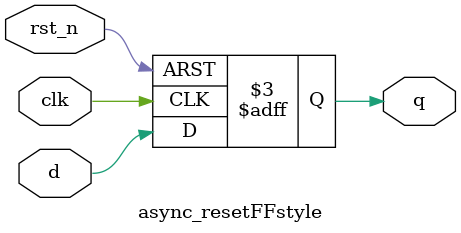
<source format=v>
`timescale 1ns / 1ps

module async_resetFFstyle (
	output reg q,
	input d, clk, rst_n);
	// Verilog-2001: permits comma-separation
	// @(posedge clk, negedge rst_n)
	always @(posedge clk or negedge rst_n)
		if (!rst_n) q <= 1'b0;
		else q <= d;
endmodule

</source>
